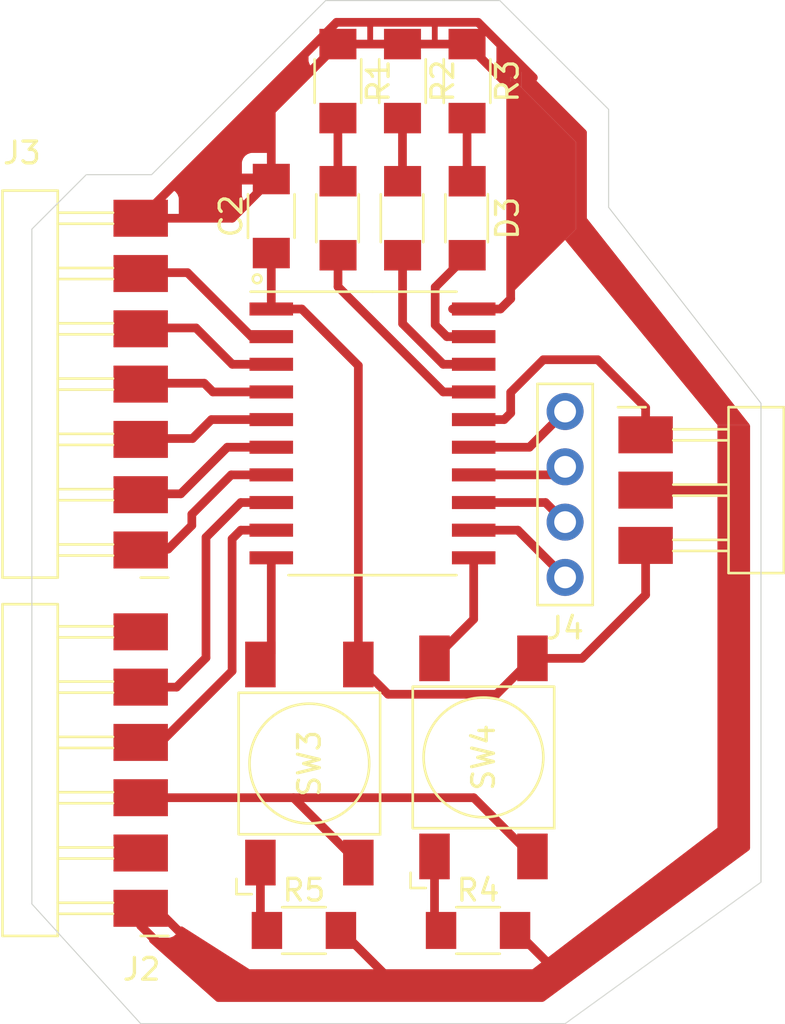
<source format=kicad_pcb>
(kicad_pcb (version 20240108) (generator "pcbnew") (generator_version "8.0")
  (layers (0 "F.Cu" signal) (31 "B.Cu" signal) (34 "B.Paste" user) (35 "F.Paste" user) (36 "B.SilkS" user "B.Silkscreen") (37 "F.SilkS" user "F.Silkscreen") (38 "B.Mask" user) (39 "F.Mask" user) (44 "Edge.Cuts" user))
  (net 0 "")
  (net 1 "VCC")
  (net 2 "GND")
  (net 3 "Net-(D1-K)")
  (net 4 "UPDI")
  (net 7 "RX")
  (net 8 "TX")
  (net 9 "PA6")
  (net 10 "PA4")
  (net 11 "PA5")
  (net 12 "PA7")
  (net 13 "PB4")
  (net 14 "PB5")
  (net 15 "LEDR")
  (net 16 "LEDG")
  (net 17 "Net-(D2-K)")
  (net 18 "LEDB")
  (net 19 "Net-(D3-K)")
  (net 20 "BTN1")
  (net 21 "BTN2")
  (net 22 "PC0")
  (net 23 "PC2")
  (net 24 "PC1")
  (net 25 "PC3")
  (footprint "fab:PinHeader_1x03_P2.54mm_Horizontal_SMD" (layer "F.Cu") (at 155.7 47.45)
    (property "Reference" "J1" (hide yes))
    (property "Value" "UPDI")
    (fp_line (start -1.27 -1.27) (end 0 -1.27) (stroke (width 0.12)) (layer "F.SilkS"))
    (fp_line (start 3.81 -1.27) (end 6.35 -1.27) (stroke (width 0.12)) (layer "F.SilkS"))
    (fp_line (start 3.81 -0.254) (end 1.27 -0.254) (stroke (width 0.12)) (layer "F.SilkS"))
    (fp_line (start 3.81 0.254) (end 1.27 0.254) (stroke (width 0.12)) (layer "F.SilkS"))
    (fp_line (start 3.81 2.286) (end 1.27 2.286) (stroke (width 0.12)) (layer "F.SilkS"))
    (fp_line (start 3.81 2.794) (end 1.27 2.794) (stroke (width 0.12)) (layer "F.SilkS"))
    (fp_line (start 3.81 4.826) (end 1.27 4.826) (stroke (width 0.12)) (layer "F.SilkS"))
    (fp_line (start 3.81 5.334) (end 1.27 5.334) (stroke (width 0.12)) (layer "F.SilkS"))
    (fp_line (start 3.81 6.35) (end 3.81 -1.27) (stroke (width 0.12)) (layer "F.SilkS"))
    (fp_line (start 6.35 -1.27) (end 6.35 6.35) (stroke (width 0.12)) (layer "F.SilkS"))
    (fp_line (start 6.35 6.35) (end 3.81 6.35) (stroke (width 0.12)) (layer "F.SilkS"))
    (pad "1" smd rect (at 0 0) (size 2.5 1.7) (layers "F.Cu" "F.Paste" "F.Mask") (net 4 "UPDI"))
    (pad "2" smd rect (at 0 2.54) (size 2.5 1.7) (layers "F.Cu" "F.Paste" "F.Mask") (net 2 "GND"))
    (pad "3" smd rect (at 0 5.08) (size 2.5 1.7) (layers "F.Cu" "F.Paste" "F.Mask") (net 1 "VCC"))
  )
  (footprint "fab:Button_CUIDevices_TS04-66-43-BK-260-SMT_6.0x6.0mm" (layer "F.Cu") (at 140.25 62.55 90)
    (property "Reference" "SW3" (at 0 0 90) (layer "F.SilkS"))
    (property "Value" "BTN2")
    (fp_line (start -6 -3.35) (end -5.3 -3.35) (stroke (width 0.12)) (layer "F.SilkS"))
    (fp_line (start -6 -2.65) (end -6 -3.35) (stroke (width 0.12)) (layer "F.SilkS"))
    (fp_rect (start -3.25 3.25) (end 3.25 -3.25) (stroke (width 0.12)) (fill none) (layer "F.SilkS"))
    (fp_circle (center 0 0) (end 2.75 0) (stroke (width 0.12)) (fill none) (layer "F.SilkS"))
    (pad "1" smd rect (at -4.55 -2.25 90) (size 2.1 1.4) (layers "F.Cu" "F.Paste" "F.Mask") (net 21 "BTN2"))
    (pad "2" smd rect (at 4.55 -2.25 90) (size 2.1 1.4) (layers "F.Cu" "F.Paste" "F.Mask") (net 21 "BTN2"))
    (pad "3" smd rect (at -4.55 2.25 90) (size 2.1 1.4) (layers "F.Cu" "F.Paste" "F.Mask") (net 1 "VCC"))
    (pad "4" smd rect (at 4.55 2.25 90) (size 2.1 1.4) (layers "F.Cu" "F.Paste" "F.Mask") (net 1 "VCC"))
  )
  (footprint "fab:PinHeader_1x07_P2.54mm_Horizontal_SMD" (layer "F.Cu") (at 132.5 52.74 180)
    (property "Reference" "J3" (at 4.5 18.24 180) (layer "F.SilkS") (effects (justify right)))
    (property "Value" "PA / PB")
    (fp_line (start 6.35 16.51) (end 3.81 16.51) (stroke (width 0.12)) (layer "F.SilkS"))
    (fp_line (start 6.35 -1.27) (end 6.35 16.51) (stroke (width 0.12)) (layer "F.SilkS"))
    (fp_line (start 3.81 16.51) (end 3.81 -1.27) (stroke (width 0.12)) (layer "F.SilkS"))
    (fp_line (start 3.81 15.494) (end 1.27 15.494) (stroke (width 0.12)) (layer "F.SilkS"))
    (fp_line (start 3.81 14.986) (end 1.27 14.986) (stroke (width 0.12)) (layer "F.SilkS"))
    (fp_line (start 3.81 12.954) (end 1.27 12.954) (stroke (width 0.12)) (layer "F.SilkS"))
    (fp_line (start 3.81 12.446) (end 1.27 12.446) (stroke (width 0.12)) (layer "F.SilkS"))
    (fp_line (start 3.81 10.414) (end 1.27 10.414) (stroke (width 0.12)) (layer "F.SilkS"))
    (fp_line (start 3.81 9.906) (end 1.27 9.906) (stroke (width 0.12)) (layer "F.SilkS"))
    (fp_line (start 3.81 7.874) (end 1.27 7.874) (stroke (width 0.12)) (layer "F.SilkS"))
    (fp_line (start 3.81 7.366) (end 1.27 7.366) (stroke (width 0.12)) (layer "F.SilkS"))
    (fp_line (start 3.81 5.334) (end 1.27 5.334) (stroke (width 0.12)) (layer "F.SilkS"))
    (fp_line (start 3.81 4.826) (end 1.27 4.826) (stroke (width 0.12)) (layer "F.SilkS"))
    (fp_line (start 3.81 2.794) (end 1.27 2.794) (stroke (width 0.12)) (layer "F.SilkS"))
    (fp_line (start 3.81 2.286) (end 1.27 2.286) (stroke (width 0.12)) (layer "F.SilkS"))
    (fp_line (start 3.81 0.254) (end 1.27 0.254) (stroke (width 0.12)) (layer "F.SilkS"))
    (fp_line (start 3.81 -0.254) (end 1.27 -0.254) (stroke (width 0.12)) (layer "F.SilkS"))
    (fp_line (start 3.81 -1.27) (end 6.35 -1.27) (stroke (width 0.12)) (layer "F.SilkS"))
    (fp_line (start -1.27 -1.27) (end 0 -1.27) (stroke (width 0.12)) (layer "F.SilkS"))
    (pad "1" smd rect (at 0 0 180) (size 2.5 1.7) (layers "F.Cu" "F.Paste" "F.Mask") (net 13 "PB4"))
    (pad "2" smd rect (at 0 2.54 180) (size 2.5 1.7) (layers "F.Cu" "F.Paste" "F.Mask") (net 14 "PB5"))
    (pad "3" smd rect (at 0 5.08 180) (size 2.5 1.7) (layers "F.Cu" "F.Paste" "F.Mask") (net 12 "PA7"))
    (pad "4" smd rect (at 0 7.62 180) (size 2.5 1.7) (layers "F.Cu" "F.Paste" "F.Mask") (net 9 "PA6"))
    (pad "5" smd rect (at 0 10.16 180) (size 2.5 1.7) (layers "F.Cu" "F.Paste" "F.Mask") (net 11 "PA5"))
    (pad "6" smd rect (at 0 12.7 180) (size 2.5 1.7) (layers "F.Cu" "F.Paste" "F.Mask") (net 10 "PA4"))
    (pad "7" smd rect (at 0 15.24 180) (size 2.5 1.7) (layers "F.Cu" "F.Paste" "F.Mask") (net 2 "GND"))
  )
  (footprint "fab:C_1206" (layer "F.Cu") (at 138.5 37.4 90)
    (property "Reference" "C2" (at 0 -1.85 -90) (layer "F.SilkS"))
    (property "Value" "1uF")
    (fp_line (start -1 -1.07) (end 1 -1.07) (stroke (width 0.12)) (layer "F.SilkS"))
    (fp_line (start 1 1.07) (end -1 1.07) (stroke (width 0.12)) (layer "F.SilkS"))
    (pad "1" smd rect (at -1.7 0 90) (size 1.4 1.7) (layers "F.Cu" "F.Paste" "F.Mask") (net 1 "VCC"))
    (pad "2" smd rect (at 1.7 0 90) (size 1.4 1.7) (layers "F.Cu" "F.Paste" "F.Mask") (net 2 "GND"))
  )
  (footprint "fab:LED_1206" (layer "F.Cu") (at 147.5 37.5 -90)
    (property "Reference" "D3" (at 0 -1.85 90) (layer "F.SilkS"))
    (property "Value" "blue")
    (fp_line (start -1.1 1) (end 1.1 1) (stroke (width 0.12)) (layer "F.SilkS"))
    (fp_line (start -1.1 -0.95) (end 1.1 -0.95) (stroke (width 0.12)) (layer "F.SilkS"))
    (pad "1" smd rect (at -1.7 0 270) (size 1.4 1.7) (layers "F.Cu" "F.Paste" "F.Mask") (net 19 "Net-(D3-K)"))
    (pad "2" smd rect (at 1.7 0 270) (size 1.4 1.7) (layers "F.Cu" "F.Paste" "F.Mask") (net 18 "LEDB"))
  )
  (footprint "fab:LED_1206" (layer "F.Cu") (at 144.533332 37.5 -90)
    (property "Reference" "D2" (hide yes))
    (property "Value" "green")
    (fp_line (start -1.1 1) (end 1.1 1) (stroke (width 0.12)) (layer "F.SilkS"))
    (fp_line (start -1.1 -0.95) (end 1.1 -0.95) (stroke (width 0.12)) (layer "F.SilkS"))
    (pad "1" smd rect (at -1.7 0 270) (size 1.4 1.7) (layers "F.Cu" "F.Paste" "F.Mask") (net 17 "Net-(D2-K)"))
    (pad "2" smd rect (at 1.7 0 270) (size 1.4 1.7) (layers "F.Cu" "F.Paste" "F.Mask") (net 16 "LEDG"))
  )
  (footprint "fab:PinHeader_1x06_P2.54mm_Horizontal_SMD" (layer "F.Cu") (at 132.5 69.2 180)
    (property "Reference" "J2" (at -1 -2.8 180) (layer "F.SilkS") (effects (justify right)))
    (property "Value" "FTDI")
    (fp_line (start 6.35 13.97) (end 3.81 13.97) (stroke (width 0.12)) (layer "F.SilkS"))
    (fp_line (start 6.35 -1.27) (end 6.35 13.97) (stroke (width 0.12)) (layer "F.SilkS"))
    (fp_line (start 3.81 13.97) (end 3.81 -1.27) (stroke (width 0.12)) (layer "F.SilkS"))
    (fp_line (start 3.81 12.954) (end 1.27 12.954) (stroke (width 0.12)) (layer "F.SilkS"))
    (fp_line (start 3.81 12.446) (end 1.27 12.446) (stroke (width 0.12)) (layer "F.SilkS"))
    (fp_line (start 3.81 10.414) (end 1.27 10.414) (stroke (width 0.12)) (layer "F.SilkS"))
    (fp_line (start 3.81 9.906) (end 1.27 9.906) (stroke (width 0.12)) (layer "F.SilkS"))
    (fp_line (start 3.81 7.874) (end 1.27 7.874) (stroke (width 0.12)) (layer "F.SilkS"))
    (fp_line (start 3.81 7.366) (end 1.27 7.366) (stroke (width 0.12)) (layer "F.SilkS"))
    (fp_line (start 3.81 5.334) (end 1.27 5.334) (stroke (width 0.12)) (layer "F.SilkS"))
    (fp_line (start 3.81 4.826) (end 1.27 4.826) (stroke (width 0.12)) (layer "F.SilkS"))
    (fp_line (start 3.81 2.794) (end 1.27 2.794) (stroke (width 0.12)) (layer "F.SilkS"))
    (fp_line (start 3.81 2.286) (end 1.27 2.286) (stroke (width 0.12)) (layer "F.SilkS"))
    (fp_line (start 3.81 0.254) (end 1.27 0.254) (stroke (width 0.12)) (layer "F.SilkS"))
    (fp_line (start 3.81 -0.254) (end 1.27 -0.254) (stroke (width 0.12)) (layer "F.SilkS"))
    (fp_line (start 3.81 -1.27) (end 6.35 -1.27) (stroke (width 0.12)) (layer "F.SilkS"))
    (fp_line (start -1.27 -1.27) (end 0 -1.27) (stroke (width 0.12)) (layer "F.SilkS"))
    (pad "1" smd rect (at 0 0 180) (size 2.5 1.7) (layers "F.Cu" "F.Paste" "F.Mask") (net 2 "GND"))
    (pad "2" smd rect (at 0 2.54 180) (size 2.5 1.7) (layers "F.Cu" "F.Paste" "F.Mask"))
    (pad "3" smd rect (at 0 5.08 180) (size 2.5 1.7) (layers "F.Cu" "F.Paste" "F.Mask") (net 1 "VCC"))
    (pad "4" smd rect (at 0 7.62 180) (size 2.5 1.7) (layers "F.Cu" "F.Paste" "F.Mask") (net 8 "TX"))
    (pad "5" smd rect (at 0 10.16 180) (size 2.5 1.7) (layers "F.Cu" "F.Paste" "F.Mask") (net 7 "RX"))
    (pad "6" smd rect (at 0 12.7 180) (size 2.5 1.7) (layers "F.Cu" "F.Paste" "F.Mask"))
  )
  (footprint "fab:R_1206" (layer "F.Cu") (at 147.495 31.2 -90)
    (property "Reference" "R3" (at 0 -1.85 90) (layer "F.SilkS"))
    (property "Value" "220R")
    (fp_line (start 1 1.07) (end -1 1.07) (stroke (width 0.12)) (layer "F.SilkS"))
    (fp_line (start -1 -1.07) (end 1 -1.07) (stroke (width 0.12)) (layer "F.SilkS"))
    (pad "1" smd rect (at -1.7 0 270) (size 1.4 1.7) (layers "F.Cu" "F.Paste" "F.Mask") (net 2 "GND"))
    (pad "2" smd rect (at 1.7 0 270) (size 1.4 1.7) (layers "F.Cu" "F.Paste" "F.Mask") (net 19 "Net-(D3-K)"))
  )
  (footprint "fab:R_1206" (layer "F.Cu") (at 141.561666 31.2 -90)
    (property "Reference" "R1" (at 0 -1.85 90) (layer "F.SilkS"))
    (property "Value" "220R")
    (fp_line (start 1 1.07) (end -1 1.07) (stroke (width 0.12)) (layer "F.SilkS"))
    (fp_line (start -1 -1.07) (end 1 -1.07) (stroke (width 0.12)) (layer "F.SilkS"))
    (pad "1" smd rect (at -1.7 0 270) (size 1.4 1.7) (layers "F.Cu" "F.Paste" "F.Mask") (net 2 "GND"))
    (pad "2" smd rect (at 1.7 0 270) (size 1.4 1.7) (layers "F.Cu" "F.Paste" "F.Mask") (net 3 "Net-(D1-K)"))
  )
  (footprint "fab:SOIC-20_7.5x12.8mm_P1.27mm" (layer "F.Cu") (at 143.15 47.385)
    (property "Reference" "U2" (hide yes))
    (property "Value" "ATtiny3216" (hide yes))
    (fp_line (start 0 -6.51) (end -5.6 -6.51) (stroke (width 0.12)) (layer "F.SilkS"))
    (fp_line (start 0 -6.51) (end 3.86 -6.51) (stroke (width 0.12)) (layer "F.SilkS"))
    (fp_line (start 0 6.51) (end -3.86 6.51) (stroke (width 0.12)) (layer "F.SilkS"))
    (fp_line (start 0 6.51) (end 3.86 6.51) (stroke (width 0.12)) (layer "F.SilkS"))
    (fp_circle (center -5.3 -7.1) (end -5.1 -7.1) (stroke (width 0.12)) (fill none) (layer "F.SilkS"))
    (pad "1" smd rect (at -4.65 -5.715) (size 2 0.6) (layers "F.Cu" "F.Paste" "F.Mask") (net 1 "VCC"))
    (pad "2" smd rect (at -4.65 -4.445) (size 2 0.6) (layers "F.Cu" "F.Paste" "F.Mask") (net 10 "PA4"))
    (pad "3" smd rect (at -4.65 -3.175) (size 2 0.6) (layers "F.Cu" "F.Paste" "F.Mask") (net 11 "PA5"))
    (pad "4" smd rect (at -4.65 -1.905) (size 2 0.6) (layers "F.Cu" "F.Paste" "F.Mask") (net 9 "PA6"))
    (pad "5" smd rect (at -4.65 -0.635) (size 2 0.6) (layers "F.Cu" "F.Paste" "F.Mask") (net 12 "PA7"))
    (pad "6" smd rect (at -4.65 0.635) (size 2 0.6) (layers "F.Cu" "F.Paste" "F.Mask") (net 14 "PB5"))
    (pad "7" smd rect (at -4.65 1.905) (size 2 0.6) (layers "F.Cu" "F.Paste" "F.Mask") (net 13 "PB4"))
    (pad "8" smd rect (at -4.65 3.175) (size 2 0.6) (layers "F.Cu" "F.Paste" "F.Mask") (net 7 "RX"))
    (pad "9" smd rect (at -4.65 4.445) (size 2 0.6) (layers "F.Cu" "F.Paste" "F.Mask") (net 8 "TX"))
    (pad "10" smd rect (at -4.65 5.715) (size 2 0.6) (layers "F.Cu" "F.Paste" "F.Mask") (net 21 "BTN2"))
    (pad "11" smd rect (at 4.65 5.715) (size 2 0.6) (layers "F.Cu" "F.Paste" "F.Mask") (net 20 "BTN1"))
    (pad "12" smd rect (at 4.65 4.445) (size 2 0.6) (layers "F.Cu" "F.Paste" "F.Mask") (net 22 "PC0"))
    (pad "13" smd rect (at 4.65 3.175) (size 2 0.6) (layers "F.Cu" "F.Paste" "F.Mask") (net 24 "PC1"))
    (pad "14" smd rect (at 4.65 1.905) (size 2 0.6) (layers "F.Cu" "F.Paste" "F.Mask") (net 23 "PC2"))
    (pad "15" smd rect (at 4.65 0.635) (size 2 0.6) (layers "F.Cu" "F.Paste" "F.Mask") (net 25 "PC3"))
    (pad "16" smd rect (at 4.65 -0.635) (size 2 0.6) (layers "F.Cu" "F.Paste" "F.Mask") (net 4 "UPDI"))
    (pad "17" smd rect (at 4.65 -1.905) (size 2 0.6) (layers "F.Cu" "F.Paste" "F.Mask") (net 15 "LEDR"))
    (pad "18" smd rect (at 4.65 -3.175) (size 2 0.6) (layers "F.Cu" "F.Paste" "F.Mask") (net 16 "LEDG"))
    (pad "19" smd rect (at 4.65 -4.445) (size 2 0.6) (layers "F.Cu" "F.Paste" "F.Mask") (net 18 "LEDB"))
    (pad "20" smd rect (at 4.65 -5.715) (size 2 0.6) (layers "F.Cu" "F.Paste" "F.Mask") (net 2 "GND"))
  )
  (footprint "fab:Button_CUIDevices_TS04-66-43-BK-260-SMT_6.0x6.0mm" (layer "F.Cu") (at 148.25 62.2675 90)
    (property "Reference" "SW4" (at 0 0 90) (layer "F.SilkS"))
    (property "Value" "BTN1")
    (fp_line (start -6 -3.35) (end -5.3 -3.35) (stroke (width 0.12)) (layer "F.SilkS"))
    (fp_line (start -6 -2.65) (end -6 -3.35) (stroke (width 0.12)) (layer "F.SilkS"))
    (fp_rect (start -3.25 3.25) (end 3.25 -3.25) (stroke (width 0.12)) (fill none) (layer "F.SilkS"))
    (fp_circle (center 0 0) (end 2.75 0) (stroke (width 0.12)) (fill none) (layer "F.SilkS"))
    (pad "1" smd rect (at -4.55 -2.25 90) (size 2.1 1.4) (layers "F.Cu" "F.Paste" "F.Mask") (net 20 "BTN1"))
    (pad "2" smd rect (at 4.55 -2.25 90) (size 2.1 1.4) (layers "F.Cu" "F.Paste" "F.Mask") (net 20 "BTN1"))
    (pad "3" smd rect (at -4.55 2.25 90) (size 2.1 1.4) (layers "F.Cu" "F.Paste" "F.Mask") (net 1 "VCC"))
    (pad "4" smd rect (at 4.55 2.25 90) (size 2.1 1.4) (layers "F.Cu" "F.Paste" "F.Mask") (net 1 "VCC"))
  )
  (footprint "fab:R_1206" (layer "F.Cu") (at 140 70.2175)
    (property "Reference" "R5" (at 0 -1.85 0) (layer "F.SilkS"))
    (property "Value" "10K")
    (fp_line (start -1 -1.07) (end 1 -1.07) (stroke (width 0.12)) (layer "F.SilkS"))
    (fp_line (start 1 1.07) (end -1 1.07) (stroke (width 0.12)) (layer "F.SilkS"))
    (pad "1" smd rect (at -1.7 0) (size 1.4 1.7) (layers "F.Cu" "F.Paste" "F.Mask") (net 21 "BTN2"))
    (pad "2" smd rect (at 1.7 0) (size 1.4 1.7) (layers "F.Cu" "F.Paste" "F.Mask") (net 2 "GND"))
  )
  (footprint "fab:LED_1206" (layer "F.Cu") (at 141.566666 37.5 -90)
    (property "Reference" "D1" (hide yes))
    (property "Value" "red")
    (fp_line (start -1.1 1) (end 1.1 1) (stroke (width 0.12)) (layer "F.SilkS"))
    (fp_line (start -1.1 -0.95) (end 1.1 -0.95) (stroke (width 0.12)) (layer "F.SilkS"))
    (pad "1" smd rect (at -1.7 0 270) (size 1.4 1.7) (layers "F.Cu" "F.Paste" "F.Mask") (net 3 "Net-(D1-K)"))
    (pad "2" smd rect (at 1.7 0 270) (size 1.4 1.7) (layers "F.Cu" "F.Paste" "F.Mask") (net 15 "LEDR"))
  )
  (footprint "fab:R_1206" (layer "F.Cu") (at 148 70.2175)
    (property "Reference" "R4" (at 0 -1.85 0) (layer "F.SilkS"))
    (property "Value" "10K")
    (fp_line (start -1 -1.07) (end 1 -1.07) (stroke (width 0.12)) (layer "F.SilkS"))
    (fp_line (start 1 1.07) (end -1 1.07) (stroke (width 0.12)) (layer "F.SilkS"))
    (pad "1" smd rect (at -1.7 0) (size 1.4 1.7) (layers "F.Cu" "F.Paste" "F.Mask") (net 20 "BTN1"))
    (pad "2" smd rect (at 1.7 0) (size 1.4 1.7) (layers "F.Cu" "F.Paste" "F.Mask") (net 2 "GND"))
  )
  (footprint "fab:R_1206" (layer "F.Cu") (at 144.528332 31.2 -90)
    (property "Reference" "R2" (at 0 -1.85 90) (layer "F.SilkS"))
    (property "Value" "220R")
    (fp_line (start 1 1.07) (end -1 1.07) (stroke (width 0.12)) (layer "F.SilkS"))
    (fp_line (start -1 -1.07) (end 1 -1.07) (stroke (width 0.12)) (layer "F.SilkS"))
    (pad "1" smd rect (at -1.7 0 270) (size 1.4 1.7) (layers "F.Cu" "F.Paste" "F.Mask") (net 2 "GND"))
    (pad "2" smd rect (at 1.7 0 270) (size 1.4 1.7) (layers "F.Cu" "F.Paste" "F.Mask") (net 17 "Net-(D2-K)"))
  )
  (footprint "fab:PinHeader_1x04_P2.54mm_Vertical_THT_D1mm" (layer "F.Cu") (at 152 54 180)
    (property "Reference" "J4" (at 0 -2.33 180) (layer "F.SilkS"))
    (property "Value" "PC")
    (fp_line (start 1.27 -1.27) (end 1.27 8.89) (stroke (width 0.12)) (layer "F.SilkS"))
    (fp_line (start -1.27 8.89) (end 1.27 8.89) (stroke (width 0.12)) (layer "F.SilkS"))
    (fp_line (start -1.27 -1.27) (end 1.27 -1.27) (stroke (width 0.12)) (layer "F.SilkS"))
    (fp_line (start -1.27 -1.27) (end -1.27 8.89) (stroke (width 0.12)) (layer "F.SilkS"))
    (pad "1" thru_hole oval (at 0 0 180) (size 1.7 1.7) (drill 1) (layers "*.Cu" "*.Mask") (net 22 "PC0"))
    (pad "2" thru_hole oval (at 0 2.54 180) (size 1.7 1.7) (drill 1) (layers "*.Cu" "*.Mask") (net 24 "PC1"))
    (pad "3" thru_hole oval (at 0 5.08 180) (size 1.7 1.7) (drill 1) (layers "*.Cu" "*.Mask") (net 23 "PC2"))
    (pad "4" thru_hole oval (at 0 7.62 180) (size 1.7 1.7) (drill 1) (layers "*.Cu" "*.Mask") (net 25 "PC3"))
  )
  (gr_poly (pts (xy 152 74.5) (xy 161 68) (xy 161 46) (xy 154 37) (xy 154 32.5) (xy 149 27.5) (xy 141 27.5) (xy 133 35.5) (xy 130 35.5) (xy 127.5 38) (xy 127.5 69) (xy 132.5 74.5)) (stroke (width 0.05)) (fill none) (layer "Edge.Cuts"))
  (segment (start 138.5 41.67) (end 139.9 41.67) (width 0.4) (layer "F.Cu") (net 1))
  (segment (start 138.5 41.67) (end 138.5 39) (width 0.4) (layer "F.Cu") (net 1))
  (segment (start 147.8025 64.12) (end 150.5 66.8175) (width 0.4) (layer "F.Cu") (net 1))
  (segment (start 143.8675 59.3675) (end 148.85 59.3675) (width 0.4) (layer "F.Cu") (net 1))
  (segment (start 152.7825 57.7175) (end 155.7 54.8) (width 0.4) (layer "F.Cu") (net 1))
  (segment (start 139.9 41.67) (end 142.5 44.27) (width 0.4) (layer "F.Cu") (net 1))
  (segment (start 148.85 59.3675) (end 150.5 57.7175) (width 0.4) (layer "F.Cu") (net 1))
  (segment (start 142.5 58) (end 143.8675 59.3675) (width 0.4) (layer "F.Cu") (net 1))
  (segment (start 155.7 54.8) (end 155.7 52.53) (width 0.4) (layer "F.Cu") (net 1))
  (segment (start 139.52 64.12) (end 147.8025 64.12) (width 0.4) (layer "F.Cu") (net 1))
  (segment (start 132.5 64.12) (end 139.52 64.12) (width 0.4) (layer "F.Cu") (net 1))
  (segment (start 150.5 57.7175) (end 152.7825 57.7175) (width 0.4) (layer "F.Cu") (net 1))
  (segment (start 142.5 44.27) (end 142.5 58) (width 0.4) (layer "F.Cu") (net 1))
  (segment (start 139.52 64.12) (end 142.5 67.1) (width 0.4) (layer "F.Cu") (net 1))
  (segment (start 146.83 41.67) (end 147.8 41.67) (width 0.4) (layer "F.Cu") (net 2))
  (segment (start 133.2 69.2) (end 134.5 70.5) (width 0.4) (layer "F.Cu") (net 2))
  (segment (start 143.9825 72.5) (end 144 72.5) (width 0.4) (layer "F.Cu") (net 2))
  (segment (start 141.5 28.5) (end 148 28.5) (width 0.4) (layer "F.Cu") (net 2))
  (segment (start 141.561666 29.5) (end 138.5 32.561666) (width 0.4) (layer "F.Cu") (net 2))
  (segment (start 141.7 70.2175) (end 143.9825 72.5) (width 0.4) (layer "F.Cu") (net 2))
  (segment (start 147.8 41.67) (end 149.03 41.67) (width 0.4) (layer "F.Cu") (net 2))
  (segment (start 141.561666 29.5) (end 144.528332 29.5) (width 0.4) (layer "F.Cu") (net 2))
  (segment (start 149.7 70.2175) (end 149.7175 70.2175) (width 0.4) (layer "F.Cu") (net 2))
  (segment (start 144.528332 29.5) (end 147.495 29.5) (width 0.4) (layer "F.Cu") (net 2))
  (segment (start 132.5 69.2) (end 133.2 69.2) (width 0.4) (layer "F.Cu") (net 2))
  (segment (start 147.495 29.5) (end 149.5 31.505) (width 0.4) (layer "F.Cu") (net 2))
  (segment (start 149.03 41.67) (end 149.5 41.2) (width 0.4) (layer "F.Cu") (net 2))
  (segment (start 133.5 71) (end 132.5 70) (width 0.4) (layer "F.Cu") (net 2))
  (segment (start 138.5 32.561666) (end 138.5 35.7) (width 0.4) (layer "F.Cu") (net 2))
  (segment (start 132.5 70) (end 132.5 69.2) (width 0.4) (layer "F.Cu") (net 2))
  (segment (start 149.5 41.2) (end 149.5 31.505) (width 0.4) (layer "F.Cu") (net 2))
  (segment (start 159.99 49.99) (end 160 50) (width 0.4) (layer "F.Cu") (net 2))
  (segment (start 148 28.5) (end 150.540685 31.040685) (width 0.4) (layer "F.Cu") (net 2))
  (segment (start 132.5 37.5) (end 141.5 28.5) (width 0.4) (layer "F.Cu") (net 2))
  (segment (start 132.5 37.5) (end 136.7 37.5) (width 0.4) (layer "F.Cu") (net 2))
  (segment (start 155.7 49.99) (end 159.99 49.99) (width 0.4) (layer "F.Cu") (net 2))
  (segment (start 149.7175 70.2175) (end 151.5 72) (width 0.4) (layer "F.Cu") (net 2))
  (segment (start 136.7 37.5) (end 138.5 35.7) (width 0.4) (layer "F.Cu") (net 2))
  (segment (start 141.561666 32.9) (end 141.561666 35.795) (width 0.4) (layer "F.Cu") (net 3))
  (segment (start 141.561666 35.795) (end 141.566666 35.8) (width 0.4) (layer "F.Cu") (net 3))
  (segment (start 155.7 46.2) (end 155.7 47.45) (width 0.4) (layer "F.Cu") (net 4))
  (segment (start 149.2 46.75) (end 149.5 46.45) (width 0.4) (layer "F.Cu") (net 4))
  (segment (start 153.5 44) (end 155.7 46.2) (width 0.4) (layer "F.Cu") (net 4))
  (segment (start 147.8 46.75) (end 149.2 46.75) (width 0.4) (layer "F.Cu") (net 4))
  (segment (start 151 44) (end 153.5 44) (width 0.4) (layer "F.Cu") (net 4))
  (segment (start 149.5 46.45) (end 149.5 45.5) (width 0.4) (layer "F.Cu") (net 4))
  (segment (start 149.5 45.5) (end 151 44) (width 0.4) (layer "F.Cu") (net 4))
  (segment (start 135.5 52.16) (end 135.5 57.69) (width 0.4) (layer "F.Cu") (net 7))
  (segment (start 135.5 57.69) (end 134.15 59.04) (width 0.4) (layer "F.Cu") (net 7))
  (segment (start 138.5 50.56) (end 137.1 50.56) (width 0.4) (layer "F.Cu") (net 7))
  (segment (start 134.15 59.04) (end 132.5 59.04) (width 0.4) (layer "F.Cu") (net 7))
  (segment (start 137.1 50.56) (end 135.5 52.16) (width 0.4) (layer "F.Cu") (net 7))
  (segment (start 136.7 58.3) (end 133.42 61.58) (width 0.4) (layer "F.Cu") (net 8))
  (segment (start 138.5 51.83) (end 137.1 51.83) (width 0.4) (layer "F.Cu") (net 8))
  (segment (start 137.1 51.83) (end 136.7 52.23) (width 0.4) (layer "F.Cu") (net 8))
  (segment (start 136.7 52.23) (end 136.7 58.3) (width 0.4) (layer "F.Cu") (net 8))
  (segment (start 133.42 61.58) (end 132.5 61.58) (width 0.4) (layer "F.Cu") (net 8))
  (segment (start 133 45.08) (end 133.08 45) (width 0.4) (layer "F.Cu") (net 9))
  (segment (start 135.42 45.08) (end 135.82 45.48) (width 0.4) (layer "F.Cu") (net 9))
  (segment (start 135.82 45.48) (end 138.5 45.48) (width 0.4) (layer "F.Cu") (net 9))
  (segment (start 133 45.08) (end 135.42 45.08) (width 0.4) (layer "F.Cu") (net 9))
  (segment (start 137.59 42.94) (end 138.5 42.94) (width 0.4) (layer "F.Cu") (net 10))
  (segment (start 133 40) (end 134.65 40) (width 0.4) (layer "F.Cu") (net 10))
  (segment (start 134.65 40) (end 137.59 42.94) (width 0.4) (layer "F.Cu") (net 10))
  (segment (start 136.71 44.21) (end 138.5 44.21) (width 0.4) (layer "F.Cu") (net 11))
  (segment (start 135.04 42.54) (end 136.71 44.21) (width 0.4) (layer "F.Cu") (net 11))
  (segment (start 133 42.54) (end 135.04 42.54) (width 0.4) (layer "F.Cu") (net 11))
  (segment (start 133 47.62) (end 134.88 47.62) (width 0.4) (layer "F.Cu") (net 12))
  (segment (start 134.88 47.62) (end 135.75 46.75) (width 0.4) (layer "F.Cu") (net 12))
  (segment (start 135.75 46.75) (end 138.5 46.75) (width 0.4) (layer "F.Cu") (net 12))
  (segment (start 133.76 52.7) (end 134.85 51.61) (width 0.4) (layer "F.Cu") (net 13))
  (segment (start 134.85 51.61) (end 134.85 51.1) (width 0.4) (layer "F.Cu") (net 13))
  (segment (start 134.85 51.1) (end 136.66 49.29) (width 0.4) (layer "F.Cu") (net 13))
  (segment (start 136.66 49.29) (end 138.5 49.29) (width 0.4) (layer "F.Cu") (net 13))
  (segment (start 133 52.7) (end 133.76 52.7) (width 0.4) (layer "F.Cu") (net 13))
  (segment (start 134.34 50.16) (end 136.48 48.02) (width 0.4) (layer "F.Cu") (net 14))
  (segment (start 136.48 48.02) (end 138.5 48.02) (width 0.4) (layer "F.Cu") (net 14))
  (segment (start 133 50.16) (end 134.34 50.16) (width 0.4) (layer "F.Cu") (net 14))
  (segment (start 141.566666 39.2) (end 141.566666 40.646666) (width 0.4) (layer "F.Cu") (net 15))
  (segment (start 141.566666 40.646666) (end 146.4 45.48) (width 0.4) (layer "F.Cu") (net 15))
  (segment (start 146.4 45.48) (end 147.8 45.48) (width 0.4) (layer "F.Cu") (net 15))
  (segment (start 144.533332 39.2) (end 144.533332 42.343332) (width 0.4) (layer "F.Cu") (net 16))
  (segment (start 144.533332 42.343332) (end 146.4 44.21) (width 0.4) (layer "F.Cu") (net 16))
  (segment (start 146.4 44.21) (end 147.8 44.21) (width 0.4) (layer "F.Cu") (net 16))
  (segment (start 144.528332 35.795) (end 144.533332 35.8) (width 0.4) (layer "F.Cu") (net 17))
  (segment (start 144.528332 32.9) (end 144.528332 35.795) (width 0.4) (layer "F.Cu") (net 17))
  (segment (start 146.57 42.94) (end 146.03 42.4) (width 0.4) (layer "F.Cu") (net 18))
  (segment (start 146.03 42.4) (end 146.03 40.67) (width 0.4) (layer "F.Cu") (net 18))
  (segment (start 147.8 42.94) (end 146.57 42.94) (width 0.4) (layer "F.Cu") (net 18))
  (segment (start 146.03 40.67) (end 147.5 39.2) (width 0.4) (layer "F.Cu") (net 18))
  (segment (start 147.495 35.795) (end 147.5 35.8) (width 0.4) (layer "F.Cu") (net 19))
  (segment (start 147.495 32.9) (end 147.495 35.795) (width 0.4) (layer "F.Cu") (net 19))
  (segment (start 146 66.8175) (end 146 69.9175) (width 0.4) (layer "F.Cu") (net 20))
  (segment (start 147.8 55.9175) (end 146 57.7175) (width 0.4) (layer "F.Cu") (net 20))
  (segment (start 146 69.9175) (end 146.3 70.2175) (width 0.4) (layer "F.Cu") (net 20))
  (segment (start 147.8 53.1) (end 147.8 55.9175) (width 0.4) (layer "F.Cu") (net 20))
  (segment (start 138.5 57.5) (end 138 58) (width 0.4) (layer "F.Cu") (net 21))
  (segment (start 138 69.9175) (end 138.3 70.2175) (width 0.4) (layer "F.Cu") (net 21))
  (segment (start 138 67.1) (end 138 69.9175) (width 0.4) (layer "F.Cu") (net 21))
  (segment (start 138.5 53.1) (end 138.5 57.5) (width 0.4) (layer "F.Cu") (net 21))
  (segment (start 149.83 51.83) (end 152 54) (width 0.4) (layer "F.Cu") (net 22))
  (segment (start 147.8 51.83) (end 149.83 51.83) (width 0.4) (layer "F.Cu") (net 22))
  (segment (start 151.63 49.29) (end 152 48.92) (width 0.4) (layer "F.Cu") (net 23))
  (segment (start 147.8 49.29) (end 151.63 49.29) (width 0.4) (layer "F.Cu") (net 23))
  (segment (start 151.1 50.56) (end 152 51.46) (width 0.4) (layer "F.Cu") (net 24))
  (segment (start 147.8 50.56) (end 151.1 50.56) (width 0.4) (layer "F.Cu") (net 24))
  (segment (start 147.8 48.02) (end 150.36 48.02) (width 0.4) (layer "F.Cu") (net 25))
  (segment (start 150.36 48.02) (end 152 46.38) (width 0.4) (layer "F.Cu") (net 25))
  (zone (net 2) (net_name "GND") (layer "F.Cu") (priority 3) (connect_pads (clearance 0.5)) (min_thickness 0.25) (fill yes (thermal_gap 0.5) (thermal_bridge_width 0.5))
    (polygon (pts (xy 160.5 47) (xy 153 37.5) (xy 153 33.5) (xy 150 30.5) (xy 150 32) (xy 152 34) (xy 152 38.5) (xy 159 47)))
  )
  (zone (net 2) (net_name "GND") (layer "F.Cu") (priority 2) (connect_pads (clearance 0.5)) (min_thickness 0.25) (fill yes (thermal_gap 0.5) (thermal_bridge_width 0.5))
    (polygon (pts (xy 133 37.5) (xy 136.5 37.5) (xy 138.5 35.5) (xy 138.5 32.5) (xy 142 29.5) (xy 147.5 29.5) (xy 150.5 32.5) (xy 150.5 31) (xy 148 28.5) (xy 141.5 28.5) (xy 133 37)))
  )
  (zone (net 2) (net_name "GND") (layer "F.Cu") (priority 5) (connect_pads (clearance 0.5)) (min_thickness 0.25) (fill yes (thermal_gap 0.5) (thermal_bridge_width 0.5))
    (polygon (pts (xy 149 41.5) (xy 152.5 38) (xy 152.5 34) (xy 149.5 31) (xy 149.5 40.5)))
  )
  (zone (net 2) (net_name "GND") (layer "F.Cu") (priority 1) (connect_pads (clearance 0.5)) (min_thickness 0.25) (fill yes (thermal_gap 0.5) (thermal_bridge_width 0.5))
    (polygon (pts (xy 132 68.5) (xy 137.5 72) (xy 150.5 72) (xy 159 65.5) (xy 159 45.5) (xy 160.5 47) (xy 160.5 66.5) (xy 151 73.5) (xy 136 73.5) (xy 131.5 69.5)))
  )
)
</source>
